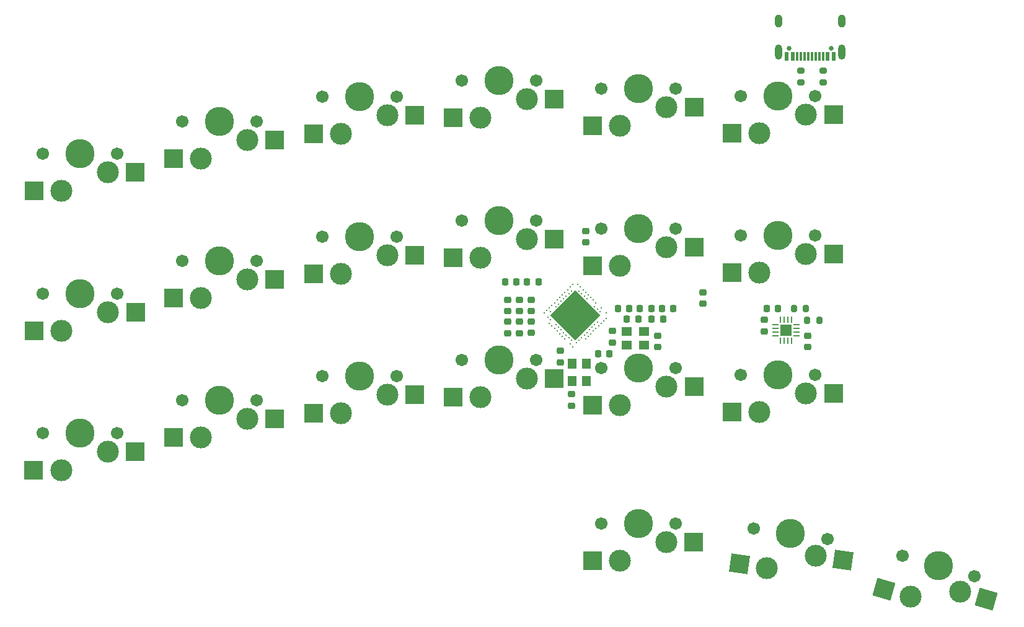
<source format=gbr>
%TF.GenerationSoftware,KiCad,Pcbnew,7.0.6*%
%TF.CreationDate,2023-07-25T14:06:58+01:00*%
%TF.ProjectId,benboard,62656e62-6f61-4726-942e-6b696361645f,rev?*%
%TF.SameCoordinates,Original*%
%TF.FileFunction,Soldermask,Bot*%
%TF.FilePolarity,Negative*%
%FSLAX46Y46*%
G04 Gerber Fmt 4.6, Leading zero omitted, Abs format (unit mm)*
G04 Created by KiCad (PCBNEW 7.0.6) date 2023-07-25 14:06:58*
%MOMM*%
%LPD*%
G01*
G04 APERTURE LIST*
G04 Aperture macros list*
%AMRoundRect*
0 Rectangle with rounded corners*
0 $1 Rounding radius*
0 $2 $3 $4 $5 $6 $7 $8 $9 X,Y pos of 4 corners*
0 Add a 4 corners polygon primitive as box body*
4,1,4,$2,$3,$4,$5,$6,$7,$8,$9,$2,$3,0*
0 Add four circle primitives for the rounded corners*
1,1,$1+$1,$2,$3*
1,1,$1+$1,$4,$5*
1,1,$1+$1,$6,$7*
1,1,$1+$1,$8,$9*
0 Add four rect primitives between the rounded corners*
20,1,$1+$1,$2,$3,$4,$5,0*
20,1,$1+$1,$4,$5,$6,$7,0*
20,1,$1+$1,$6,$7,$8,$9,0*
20,1,$1+$1,$8,$9,$2,$3,0*%
%AMRotRect*
0 Rectangle, with rotation*
0 The origin of the aperture is its center*
0 $1 length*
0 $2 width*
0 $3 Rotation angle, in degrees counterclockwise*
0 Add horizontal line*
21,1,$1,$2,0,0,$3*%
G04 Aperture macros list end*
%ADD10C,1.701800*%
%ADD11C,3.000000*%
%ADD12C,3.987800*%
%ADD13R,2.550000X2.500000*%
%ADD14RotRect,2.550000X2.500000X164.000000*%
%ADD15RotRect,2.550000X2.500000X172.000000*%
%ADD16RoundRect,0.225000X0.250000X-0.225000X0.250000X0.225000X-0.250000X0.225000X-0.250000X-0.225000X0*%
%ADD17RoundRect,0.225000X-0.250000X0.225000X-0.250000X-0.225000X0.250000X-0.225000X0.250000X0.225000X0*%
%ADD18RoundRect,0.225000X0.225000X0.250000X-0.225000X0.250000X-0.225000X-0.250000X0.225000X-0.250000X0*%
%ADD19C,0.650000*%
%ADD20R,0.600000X1.240000*%
%ADD21R,0.300000X1.240000*%
%ADD22O,1.000000X1.800000*%
%ADD23O,1.000000X2.100000*%
%ADD24RoundRect,0.200000X-0.200000X-0.275000X0.200000X-0.275000X0.200000X0.275000X-0.200000X0.275000X0*%
%ADD25R,1.200000X1.400000*%
%ADD26R,1.400000X1.200000*%
%ADD27RoundRect,0.200000X0.200000X0.275000X-0.200000X0.275000X-0.200000X-0.275000X0.200000X-0.275000X0*%
%ADD28RoundRect,0.218750X0.218750X0.256250X-0.218750X0.256250X-0.218750X-0.256250X0.218750X-0.256250X0*%
%ADD29RoundRect,0.225000X-0.225000X-0.250000X0.225000X-0.250000X0.225000X0.250000X-0.225000X0.250000X0*%
%ADD30RoundRect,0.200000X-0.275000X0.200000X-0.275000X-0.200000X0.275000X-0.200000X0.275000X0.200000X0*%
%ADD31RoundRect,0.218750X-0.256250X0.218750X-0.256250X-0.218750X0.256250X-0.218750X0.256250X0.218750X0*%
%ADD32C,0.250000*%
%ADD33RotRect,4.850000X4.850000X225.000000*%
%ADD34RoundRect,0.062500X0.375000X0.062500X-0.375000X0.062500X-0.375000X-0.062500X0.375000X-0.062500X0*%
%ADD35RoundRect,0.062500X0.062500X0.375000X-0.062500X0.375000X-0.062500X-0.375000X0.062500X-0.375000X0*%
%ADD36R,1.600000X1.600000*%
G04 APERTURE END LIST*
D10*
%TO.C,SW16*%
X173201483Y-54964220D03*
D11*
X171931483Y-57504220D03*
D12*
X168121483Y-54964220D03*
D11*
X165581483Y-60044220D03*
D10*
X163041483Y-54964220D03*
D13*
X161831483Y-60044220D03*
X175681483Y-57504220D03*
%TD*%
D10*
%TO.C,SW6*%
X96880000Y-96600000D03*
D11*
X95610000Y-99140000D03*
D12*
X91800000Y-96600000D03*
D11*
X89260000Y-101680000D03*
D10*
X86720000Y-96600000D03*
D13*
X85510000Y-101680000D03*
X99360000Y-99140000D03*
%TD*%
D10*
%TO.C,SW8*%
X115998494Y-74184805D03*
D11*
X114728494Y-76724805D03*
D12*
X110918494Y-74184805D03*
D11*
X108378494Y-79264805D03*
D10*
X105838494Y-74184805D03*
D13*
X104628494Y-79264805D03*
X118478494Y-76724805D03*
%TD*%
D10*
%TO.C,SW5*%
X96879895Y-77541207D03*
D11*
X95609895Y-80081207D03*
D12*
X91799895Y-77541207D03*
D11*
X89259895Y-82621207D03*
D10*
X86719895Y-77541207D03*
D13*
X85509895Y-82621207D03*
X99359895Y-80081207D03*
%TD*%
D10*
%TO.C,SW18*%
X173196830Y-93114347D03*
D11*
X171926830Y-95654347D03*
D12*
X168116830Y-93114347D03*
D11*
X165576830Y-98194347D03*
D10*
X163036830Y-93114347D03*
D13*
X161826830Y-98194347D03*
X175676830Y-95654347D03*
%TD*%
D10*
%TO.C,SW10*%
X135069237Y-52890911D03*
D11*
X133799237Y-55430911D03*
D12*
X129989237Y-52890911D03*
D11*
X127449237Y-57970911D03*
D10*
X124909237Y-52890911D03*
D13*
X123699237Y-57970911D03*
X137549237Y-55430911D03*
%TD*%
D10*
%TO.C,SW4*%
X96884653Y-58449873D03*
D11*
X95614653Y-60989873D03*
D12*
X91804653Y-58449873D03*
D11*
X89264653Y-63529873D03*
D10*
X86724653Y-58449873D03*
D13*
X85514653Y-63529873D03*
X99364653Y-60989873D03*
%TD*%
D10*
%TO.C,SW14*%
X154137663Y-73100569D03*
D11*
X152867663Y-75640569D03*
D12*
X149057663Y-73100569D03*
D11*
X146517663Y-78180569D03*
D10*
X143977663Y-73100569D03*
D13*
X142767663Y-78180569D03*
X156617663Y-75640569D03*
%TD*%
D10*
%TO.C,SW9*%
X115998599Y-93243598D03*
D11*
X114728599Y-95783598D03*
D12*
X110918599Y-93243598D03*
D11*
X108378599Y-98323598D03*
D10*
X105838599Y-93243598D03*
D13*
X104628599Y-98323598D03*
X118478599Y-95783598D03*
%TD*%
D10*
%TO.C,SW7*%
X116003252Y-55093471D03*
D11*
X114733252Y-57633471D03*
D12*
X110923252Y-55093471D03*
D11*
X108383252Y-60173471D03*
D10*
X105843252Y-55093471D03*
D13*
X104633252Y-60173471D03*
X118483252Y-57633471D03*
%TD*%
D10*
%TO.C,SW11*%
X135070000Y-71982245D03*
D11*
X133800000Y-74522245D03*
D12*
X129990000Y-71982245D03*
D11*
X127450000Y-77062245D03*
D10*
X124910000Y-71982245D03*
D13*
X123700000Y-77062245D03*
X137550000Y-74522245D03*
%TD*%
D10*
%TO.C,SW19*%
X154115000Y-113400000D03*
D11*
X152845000Y-115940000D03*
D12*
X149035000Y-113400000D03*
D11*
X146495000Y-118480000D03*
D10*
X143955000Y-113400000D03*
D13*
X142745000Y-118480000D03*
X156595000Y-115940000D03*
%TD*%
D10*
%TO.C,SW2*%
X77845000Y-82000000D03*
D11*
X76575000Y-84540000D03*
D12*
X72765000Y-82000000D03*
D11*
X70225000Y-87080000D03*
D10*
X67685000Y-82000000D03*
D13*
X66475000Y-87080000D03*
X80325000Y-84540000D03*
%TD*%
D10*
%TO.C,SW15*%
X154137731Y-92151836D03*
D11*
X152867731Y-94691836D03*
D12*
X149057731Y-92151836D03*
D11*
X146517731Y-97231836D03*
D10*
X143977731Y-92151836D03*
D13*
X142767731Y-97231836D03*
X156617731Y-94691836D03*
%TD*%
D10*
%TO.C,SW21*%
X194883208Y-120600237D03*
D11*
X192962287Y-122691782D03*
D12*
X189999999Y-119199999D03*
D11*
X186158157Y-123383090D03*
D10*
X185116790Y-117799761D03*
D14*
X182553425Y-122349449D03*
X196567019Y-123725422D03*
%TD*%
D10*
%TO.C,SW1*%
X77835000Y-62860000D03*
D11*
X76565000Y-65400000D03*
D12*
X72755000Y-62860000D03*
D11*
X70215000Y-67940000D03*
D10*
X67675000Y-62860000D03*
D13*
X66465000Y-67940000D03*
X80315000Y-65400000D03*
%TD*%
D10*
%TO.C,SW20*%
X174830562Y-115506999D03*
D11*
X173219422Y-117845530D03*
D12*
X169800000Y-114800000D03*
D11*
X166577720Y-119477062D03*
D10*
X164769438Y-114093001D03*
D15*
X162864214Y-118955163D03*
X176932927Y-118367430D03*
%TD*%
D10*
%TO.C,SW3*%
X77800000Y-101060000D03*
D11*
X76530000Y-103600000D03*
D12*
X72720000Y-101060000D03*
D11*
X70180000Y-106140000D03*
D10*
X67640000Y-101060000D03*
D13*
X66430000Y-106140000D03*
X80280000Y-103600000D03*
%TD*%
D10*
%TO.C,SW12*%
X135064584Y-91041038D03*
D11*
X133794584Y-93581038D03*
D12*
X129984584Y-91041038D03*
D11*
X127444584Y-96121038D03*
D10*
X124904584Y-91041038D03*
D13*
X123694584Y-96121038D03*
X137544584Y-93581038D03*
%TD*%
D10*
%TO.C,SW13*%
X154142421Y-54009235D03*
D11*
X152872421Y-56549235D03*
D12*
X149062421Y-54009235D03*
D11*
X146522421Y-59089235D03*
D10*
X143982421Y-54009235D03*
D13*
X142772421Y-59089235D03*
X156622421Y-56549235D03*
%TD*%
D10*
%TO.C,SW17*%
X173196725Y-74055554D03*
D11*
X171926725Y-76595554D03*
D12*
X168116725Y-74055554D03*
D11*
X165576725Y-79135554D03*
D10*
X163036725Y-74055554D03*
D13*
X161826725Y-79135554D03*
X175676725Y-76595554D03*
%TD*%
D16*
%TO.C,C19*%
X166246194Y-87146139D03*
X166246194Y-85596139D03*
%TD*%
%TO.C,C10*%
X132800000Y-84375000D03*
X132800000Y-82825000D03*
%TD*%
D17*
%TO.C,C7*%
X145504428Y-87121268D03*
X145504428Y-88671268D03*
%TD*%
D18*
%TO.C,C16*%
X148992412Y-85508809D03*
X147442412Y-85508809D03*
%TD*%
D16*
%TO.C,C22*%
X139886827Y-97301166D03*
X139886827Y-95751166D03*
%TD*%
D18*
%TO.C,C5*%
X135375000Y-80400000D03*
X133825000Y-80400000D03*
%TD*%
D17*
%TO.C,C11*%
X134400000Y-85825000D03*
X134400000Y-87375000D03*
%TD*%
%TO.C,C12*%
X131200000Y-85850000D03*
X131200000Y-87400000D03*
%TD*%
D19*
%TO.C,J1*%
X169590000Y-48470000D03*
X175370000Y-48470000D03*
D20*
X169280000Y-49590000D03*
X170080000Y-49590000D03*
D21*
X171230000Y-49590000D03*
X172230000Y-49590000D03*
X172730000Y-49590000D03*
X173730000Y-49590000D03*
D20*
X174880000Y-49590000D03*
X175680000Y-49590000D03*
X175680000Y-49590000D03*
X174880000Y-49590000D03*
D21*
X174230000Y-49590000D03*
X173230000Y-49590000D03*
X171730000Y-49590000D03*
X170730000Y-49590000D03*
D20*
X170080000Y-49590000D03*
X169280000Y-49590000D03*
D22*
X168160000Y-44790000D03*
D23*
X168160000Y-48990000D03*
D22*
X176800000Y-44790000D03*
D23*
X176800000Y-48990000D03*
%TD*%
D24*
%TO.C,R4*%
X172081324Y-85657554D03*
X173731324Y-85657554D03*
%TD*%
D25*
%TO.C,Y2*%
X139989279Y-93969402D03*
X139989279Y-91569402D03*
X141889279Y-91569402D03*
X141889279Y-93969402D03*
%TD*%
D26*
%TO.C,Y1*%
X147417412Y-87158809D03*
X149817412Y-87158809D03*
X149817412Y-89058809D03*
X147417412Y-89058809D03*
%TD*%
D16*
%TO.C,C8*%
X141800000Y-74975000D03*
X141800000Y-73425000D03*
%TD*%
D27*
%TO.C,R5*%
X171931324Y-84057554D03*
X170281324Y-84057554D03*
%TD*%
D17*
%TO.C,C20*%
X172152538Y-87749209D03*
X172152538Y-89299209D03*
%TD*%
D28*
%TO.C,L2*%
X150787500Y-84000000D03*
X149212500Y-84000000D03*
%TD*%
D29*
%TO.C,C3*%
X152225000Y-84000000D03*
X153775000Y-84000000D03*
%TD*%
D17*
%TO.C,C13*%
X132800000Y-85850000D03*
X132800000Y-87400000D03*
%TD*%
D18*
%TO.C,C18*%
X168081324Y-84057554D03*
X166531324Y-84057554D03*
%TD*%
D17*
%TO.C,C6*%
X138400000Y-89825000D03*
X138400000Y-91375000D03*
%TD*%
D29*
%TO.C,C4*%
X150842412Y-85508809D03*
X152392412Y-85508809D03*
%TD*%
D30*
%TO.C,R2*%
X174229800Y-51491831D03*
X174229800Y-53141831D03*
%TD*%
D31*
%TO.C,L3*%
X134400000Y-82812500D03*
X134400000Y-84387500D03*
%TD*%
D28*
%TO.C,L1*%
X147787500Y-84000000D03*
X146212500Y-84000000D03*
%TD*%
D17*
%TO.C,C17*%
X151617412Y-87733809D03*
X151617412Y-89283809D03*
%TD*%
D32*
%TO.C,U1*%
X141814214Y-88181981D03*
X142167767Y-87828427D03*
X142521320Y-87474874D03*
X142874874Y-87121320D03*
X143228427Y-86767767D03*
X143581981Y-86414214D03*
X143935534Y-86060660D03*
X144289087Y-85707107D03*
X144642641Y-85353553D03*
X141107107Y-81110913D03*
X136687689Y-85176777D03*
X137041243Y-84469670D03*
X137748350Y-83762563D03*
X138101903Y-83409010D03*
X138455456Y-83055456D03*
X138809010Y-82701903D03*
X139162563Y-82348350D03*
X139516117Y-81994796D03*
X139869670Y-81641243D03*
X140753553Y-80757359D03*
X136157359Y-84646447D03*
X136510913Y-84292893D03*
X136864466Y-83939340D03*
X137218019Y-83585786D03*
X137571573Y-83232233D03*
X137925126Y-82878680D03*
X138278680Y-82525126D03*
X138632233Y-82171573D03*
X138985786Y-81818019D03*
X139339340Y-81464466D03*
X139692893Y-81110913D03*
X140046447Y-80757359D03*
X140046447Y-89242641D03*
X140576777Y-88712311D03*
X140930330Y-88358757D03*
X141283883Y-88005204D03*
X141637437Y-87651650D03*
X141990990Y-87298097D03*
X142344544Y-86944544D03*
X142698097Y-86590990D03*
X143051650Y-86237437D03*
X143405204Y-85883883D03*
X144642641Y-84646447D03*
X139692893Y-88889087D03*
X139869670Y-88358757D03*
X143758757Y-84469670D03*
X143935534Y-83939340D03*
D33*
X140400000Y-85000000D03*
D32*
X139516117Y-88005204D03*
X143405204Y-84116117D03*
X138985786Y-88181981D03*
X139162563Y-87651650D03*
X143051650Y-83762563D03*
X138632233Y-87828427D03*
X143228427Y-83232233D03*
X138809010Y-87298097D03*
X138278680Y-87474874D03*
X142874874Y-82878680D03*
X138455456Y-86944544D03*
X137925126Y-87121320D03*
X142521320Y-82525126D03*
X138101903Y-86590990D03*
X141990990Y-82701903D03*
X137571573Y-86767767D03*
X142167767Y-82171573D03*
X137748350Y-86237437D03*
X141637437Y-82348350D03*
X137218019Y-86414214D03*
X141814214Y-81818019D03*
X141283883Y-81994796D03*
X136864466Y-86060660D03*
X141460660Y-81464466D03*
X137041243Y-85530330D03*
X140930330Y-81641243D03*
%TD*%
D16*
%TO.C,C9*%
X131200000Y-84400000D03*
X131200000Y-82850000D03*
%TD*%
D18*
%TO.C,C1*%
X132375000Y-80400000D03*
X130825000Y-80400000D03*
%TD*%
D30*
%TO.C,R1*%
X171229482Y-51482928D03*
X171229482Y-53132928D03*
%TD*%
D18*
%TO.C,C23*%
X145077408Y-90200000D03*
X143527408Y-90200000D03*
%TD*%
D34*
%TO.C,U2*%
X170637500Y-86250000D03*
X170637500Y-86750000D03*
X170637500Y-87250000D03*
X170637500Y-87750000D03*
D35*
X169950000Y-88437500D03*
X169450000Y-88437500D03*
X168950000Y-88437500D03*
X168450000Y-88437500D03*
D34*
X167762500Y-87750000D03*
X167762500Y-87250000D03*
X167762500Y-86750000D03*
X167762500Y-86250000D03*
D35*
X168450000Y-85562500D03*
X168950000Y-85562500D03*
X169450000Y-85562500D03*
X169950000Y-85562500D03*
D36*
X169200000Y-87000000D03*
%TD*%
D17*
%TO.C,C2*%
X157800000Y-81825000D03*
X157800000Y-83375000D03*
%TD*%
M02*

</source>
